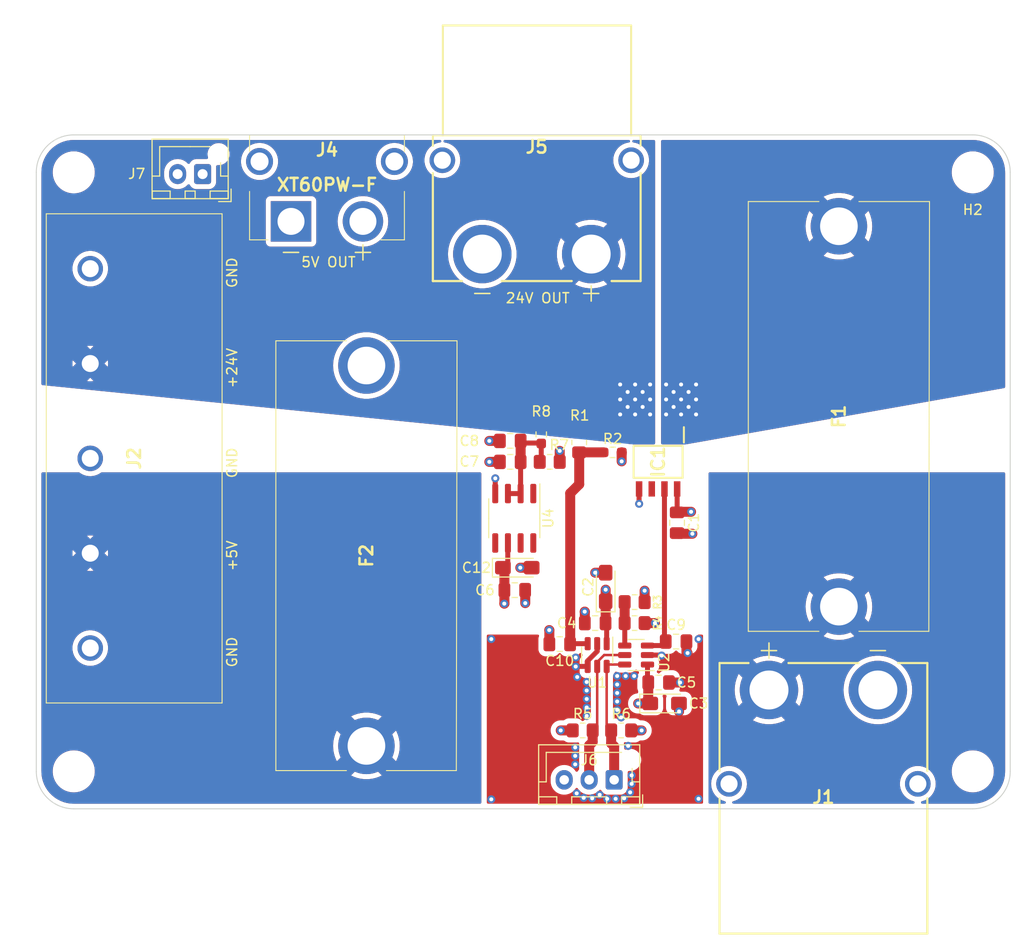
<source format=kicad_pcb>
(kicad_pcb (version 20211014) (generator pcbnew)
  (layers (0 "F.Cu" signal) (1 "In1.Cu" signal) (2 "In2.Cu" signal) (31 "B.Cu" signal) (34 "B.Paste" user) (35 "F.Paste" user) (36 "B.SilkS" user "B.Silkscreen") (37 "F.SilkS" user "F.Silkscreen") (38 "B.Mask" user) (39 "F.Mask" user) (44 "Edge.Cuts" user))
  (net 0 "")
  (net 1 "+5VA")
  (net 2 "GND")
  (net 3 "+5VP")
  (net 4 "+24V")
  (net 5 "+BATT")
  (net 6 "+5V")
  (net 7 "24V_OUT")
  (net 9 "Net-(C9-Pad1)")
  (net 10 "SDA")
  (net 11 "SCL")
  (net 13 "Net-(C10-Pad1)")
  (net 14 "Net-(R3-Pad1)")
  (net 15 "Net-(C7-Pad2)")
  (footprint "Capacitor_SMD:C_0805_2012Metric_Pad1.18x1.45mm_HandSolder" (layer "F.Cu") (at 107.8 91.5)
    (fp_text reference "C9" (at 0 -1.68) (layer "F.SilkS"))
    (fp_text value "470 pF")
    (fp_line (start -0.261252 0.735) (end 0.261252 0.735) (layer "F.SilkS") (width 0.12))
    (fp_line (start -0.261252 -0.735) (end 0.261252 -0.735) (layer "F.SilkS") (width 0.12))
    (pad "1" smd roundrect (at -1.0375 0) (size 1.175 1.45) (layers "F.Cu" "F.Paste" "F.Mask") (roundrect_rratio 0.212766) (net 9 "Net-(C9-Pad1)"))
    (pad "2" smd roundrect (at 1.0375 0) (size 1.175 1.45) (layers "F.Cu" "F.Paste" "F.Mask") (roundrect_rratio 0.212766) (net 2 "GND"))
  )
  (footprint "Resistor_SMD:R_0805_2012Metric_Pad1.20x1.40mm_HandSolder" (layer "F.Cu") (at 103.65 89.65)
    (fp_text reference "R4" (at 2.3 0 90) (layer "F.SilkS") (effects (font (size 0.75 0.75))))
    (fp_text value "1M")
    (fp_line (start -0.227064 0.735) (end 0.227064 0.735) (layer "F.SilkS") (width 0.12))
    (fp_line (start -0.227064 -0.735) (end 0.227064 -0.735) (layer "F.SilkS") (width 0.12))
    (pad "1" smd roundrect (at -1 0) (size 1.2 1.4) (layers "F.Cu" "F.Paste" "F.Mask") (roundrect_rratio 0.208333) (net 14 "Net-(R3-Pad1)"))
    (pad "2" smd roundrect (at 1 0) (size 1.2 1.4) (layers "F.Cu" "F.Paste" "F.Mask") (roundrect_rratio 0.208333) (net 1 "+5VA"))
  )
  (footprint "MountingHole:MountingHole_3.2mm_M3_ISO14580" (layer "F.Cu") (at 47.5 44.5 180)
    (fp_text reference "H1" hide)
    (fp_text value "MountingHole")
    (pad "" np_thru_hole circle (at 0 0 180) (size 3.2 3.2) (drill 3.2) (layers *.Cu *.Mask))
  )
  (footprint "Resistor_SMD:R_0603_1608Metric_Pad0.98x0.95mm_HandSolder" (layer "F.Cu") (at 101.45 72.55)
    (fp_text reference "R2" (at 0 -1.35 180) (layer "F.SilkS"))
    (fp_text value "20K")
    (fp_line (start -0.254724 0.5225) (end 0.254724 0.5225) (layer "F.SilkS") (width 0.12))
    (fp_line (start -0.254724 -0.5225) (end 0.254724 -0.5225) (layer "F.SilkS") (width 0.12))
    (pad "1" smd roundrect (at -0.9125 0) (size 0.975 0.95) (layers "F.Cu" "F.Paste" "F.Mask") (net 13 "Net-(C10-Pad1)"))
    (pad "2" smd roundrect (at 0.9125 0) (size 0.975 0.95) (layers "F.Cu" "F.Paste" "F.Mask") (net 2 "GND"))
  )
  (footprint "LIB_OSTYK44105030:OSTYK44105030" (layer "F.Cu") (at 49.15 54.15 -90)
    (fp_text reference "J2" (at 19 -4.4 90) (layer "F.SilkS") (effects (font (size 1.27 1.27) (thickness 0.254))))
    (fp_text value "OSTYK44105030" hide)
    (fp_line (start -5.5 4.4) (end -5.5 -13.2) (layer "F.SilkS") (width 0.1))
    (fp_line (start 43.5 4.4) (end -5.5 4.4) (layer "F.SilkS") (width 0.1))
    (fp_line (start -5.5 -13.2) (end 43.5 -13.2) (layer "F.SilkS") (width 0.1))
    (fp_line (start 43.5 -13.2) (end 43.5 4.4) (layer "F.SilkS") (width 0.1))
    (pad "1" thru_hole circle locked (at 0 0 270) (size 2.55 2.55) (drill 1.7) (layers *.Cu *.Mask) (net 2 "GND"))
    (pad "2" thru_hole circle locked (at 9.5 0 270) (size 2.55 2.55) (drill 1.7) (layers *.Cu *.Mask) (net 7 "24V_OUT"))
    (pad "3" thru_hole circle locked (at 19 0 270) (size 2.55 2.55) (drill 1.7) (layers *.Cu *.Mask) (net 2 "GND"))
    (pad "4" thru_hole circle locked (at 28.5 0 270) (size 2.55 2.55) (drill 1.7) (layers *.Cu *.Mask) (net 3 "+5VP"))
    (pad "5" thru_hole circle locked (at 38 0 270) (size 2.55 2.55) (drill 1.7) (layers *.Cu *.Mask) (net 2 "GND"))
  )
  (footprint "XT90PW-M:XT90PWM" (layer "F.Cu") (at 117.099999 96.350001)
    (fp_text reference "J1" (at 5.45 10.737) (layer "F.SilkS") (effects (font (size 1.27 1.27) (thickness 0.254))))
    (fp_text value "XT90PW-M" hide)
    (fp_text user "+" (at 0 -4.1 unlocked) (layer "F.SilkS") (effects (font (size 2 2))))
    (fp_text user "-" (at 10.9 -4.1 unlocked) (layer "F.SilkS") (effects (font (size 2 2))))
    (fp_line (start 15.85 8.1) (end 15.85 8.1) (layer "F.SilkS") (width 0.2))
    (fp_line (start 15.85 24.4) (end 15.85 24.4) (layer "F.SilkS") (width 0.2))
    (fp_line (start 15.85 -2.7) (end 15.85 -2.7) (layer "F.SilkS") (width 0.2))
    (fp_line (start -2.05 -2.7) (end -4.95 -2.7) (layer "F.SilkS") (width 0.2))
    (fp_line (start 1.95 -2.7) (end 8.95 -2.7) (layer "F.SilkS") (width 0.2))
    (fp_line (start 15.85 8.1) (end 15.85 -2.7) (layer "F.SilkS") (width 0.2))
    (fp_line (start 15.85 -2.7) (end 12.95 -2.7) (layer "F.SilkS") (width 0.2))
    (fp_line (start 15.85 10.85) (end 15.85 24.4) (layer "F.SilkS") (width 0.2))
    (fp_line (start 15.85 -2.7) (end 15.85 8.1) (layer "F.SilkS") (width 0.2))
    (fp_line (start -4.95 24.4) (end -4.95 24.4) (layer "F.SilkS") (width 0.2))
    (fp_line (start 8.95 -2.7) (end 1.95 -2.7) (layer "F.SilkS") (width 0.2))
    (fp_line (start -4.95 10.85) (end -4.95 24.4) (layer "F.SilkS") (width 0.2))
    (fp_line (start -4.95 -2.7) (end -4.95 -2.7) (layer "F.SilkS") (width 0.2))
    (fp_line (start -4.95 8.1) (end -4.95 8.1) (layer "F.SilkS") (width 0.2))
    (fp_line (start -4.95 24.4) (end 15.85 24.4) (layer "F.SilkS") (width 0.2))
    (fp_line (start 15.85 -2.7) (end 15.85 -2.7) (layer "F.SilkS") (width 0.2))
    (fp_line (start -2.05 -2.7) (end -2.05 -2.7) (layer "F.SilkS") (width 0.2))
    (fp_line (start 12.95 -2.7) (end 12.95 -2.7) (layer "F.SilkS") (width 0.2))
    (fp_line (start 1.95 -2.7) (end 1.95 -2.7) (layer "F.SilkS") (width 0.2))
    (fp_line (start 12.95 -2.7) (end 15.85 -2.7) (layer "F.SilkS") (width 0.2))
    (fp_line (start -4.95 -2.7) (end -4.95 -2.7) (layer "F.SilkS") (width 0.2))
    (fp_line (start 15.85 24.4) (end -4.95 24.4) (layer "F.SilkS") (width 0.2))
    (fp_line (start 15.85 10.85) (end 15.85 10.85) (layer "F.SilkS") (width 0.2))
    (fp_line (start 15.85 24.4) (end 15.85 10.85) (layer "F.SilkS") (width 0.2))
    (fp_line (start 15.85 24.4) (end 15.85 24.4) (layer "F.SilkS") (width 0.2))
    (fp_line (start 8.95 -2.7) (end 8.95 -2.7) (layer "F.SilkS") (width 0.2))
    (fp_line (start -4.95 10.85) (end -4.95 10.85) (layer "F.SilkS") (width 0.2))
    (fp_line (start -4.95 -2.7) (end -4.95 8.1) (layer "F.SilkS") (width 0.2))
    (fp_line (start -4.95 24.4) (end -4.95 10.85) (layer "F.SilkS") (width 0.2))
    (fp_line (start -4.95 -2.7) (end -2.05 -2.7) (layer "F.SilkS") (width 0.2))
    (fp_line (start -4.95 8.1) (end -4.95 -2.7) (layer "F.SilkS") (width 0.2))
    (fp_line (start -4.95 24.4) (end -4.95 24.4) (layer "F.SilkS") (width 0.2))
    (pad "1" thru_hole circle (at 10.9 0) (size 5.85 5.85) (drill 3.9) (layers *.Cu *.Mask) (net 2 "GND"))
    (pad "2" thru_hole circle (at 0 0) (size 5.85 5.85) (drill 3.9) (layers *.Cu *.Mask) (net 5 "+BATT"))
    (pad "MH1" thru_hole circle (at -4 9.4) (size 2.565 2.565) (drill 1.71) (layers *.Cu *.Mask))
    (pad "MH2" thru_hole circle (at 14.9 9.4) (size 2.565 2.565) (drill 1.71) (layers *.Cu *.Mask))
  )
  (footprint "Capacitor_SMD:C_0805_2012Metric_Pad1.18x1.45mm_HandSolder" (layer "F.Cu") (at 91.2 73.5)
    (fp_text reference "C7" (at -4.1 -0.03125) (layer "F.SilkS"))
    (fp_text value ".1uF")
    (fp_line (start -0.261252 0.735) (end 0.261252 0.735) (layer "F.SilkS") (width 0.12))
    (fp_line (start -0.261252 -0.735) (end 0.261252 -0.735) (layer "F.SilkS") (width 0.12))
    (pad "1" smd roundrect (at -1.0375 0) (size 1.175 1.45) (layers "F.Cu" "F.Paste" "F.Mask") (roundrect_rratio 0.212766) (net 2 "GND"))
    (pad "2" smd roundrect (at 1.0375 0) (size 1.175 1.45) (layers "F.Cu" "F.Paste" "F.Mask") (roundrect_rratio 0.212766) (net 15 "Net-(C7-Pad2)"))
  )
  (footprint "Resistor_SMD:R_0805_2012Metric_Pad1.20x1.40mm_HandSolder" (layer "F.Cu") (at 103.65 87.55)
    (fp_text reference "R3" (at 2.3 0 90) (layer "F.SilkS") (effects (font (size 0.75 0.75))))
    (fp_text value "1M")
    (fp_line (start -0.227064 -0.735) (end 0.227064 -0.735) (layer "F.SilkS") (width 0.12))
    (fp_line (start -0.227064 0.735) (end 0.227064 0.735) (layer "F.SilkS") (width 0.12))
    (pad "1" smd roundrect (at -1 0) (size 1.2 1.4) (layers "F.Cu" "F.Paste" "F.Mask") (roundrect_rratio 0.208333) (net 14 "Net-(R3-Pad1)"))
    (pad "2" smd roundrect (at 1 0) (size 1.2 1.4) (layers "F.Cu" "F.Paste" "F.Mask") (roundrect_rratio 0.208333) (net 2 "GND"))
  )
  (footprint "MountingHole:MountingHole_3.2mm_M3_ISO14580" (layer "F.Cu") (at 47.5 104.5)
    (fp_text reference "H3" hide)
    (fp_text value "MountingHole")
    (pad "" np_thru_hole circle (at 0 0) (size 3.2 3.2) (drill 3.2) (layers *.Cu *.Mask))
  )
  (footprint "Capacitor_Tantalum_SMD:CP_EIA-3216-18_Kemet-A_Pad1.58x1.35mm_HandSolder" (layer "F.Cu") (at 100.75 86.0375 90)
    (fp_text reference "C2" (at 0 -1.75 90) (layer "F.SilkS"))
    (fp_text value "4.7uF")
    (fp_line (start 1.6 -0.935) (end -2.485 -0.935) (layer "F.SilkS") (width 0.12))
    (fp_line (start -2.485 0.935) (end 1.6 0.935) (layer "F.SilkS") (width 0.12))
    (fp_line (start -2.485 -0.935) (end -2.485 0.935) (layer "F.SilkS") (width 0.12))
    (pad "1" smd roundrect (at -1.4375 0 90) (size 1.575 1.35) (layers "F.Cu" "F.Paste" "F.Mask") (roundrect_rratio 0.185185) (net 1 "+5VA"))
    (pad "2" smd roundrect (at 1.4375 0 90) (size 1.575 1.35) (layers "F.Cu" "F.Paste" "F.Mask") (roundrect_rratio 0.185185) (net 2 "GND"))
  )
  (footprint "Resistor_SMD:R_0805_2012Metric_Pad1.20x1.40mm_HandSolder" (layer "F.Cu") (at 98.45 100.4 180)
    (fp_text reference "R5" (at 0 1.65) (layer "F.SilkS"))
    (fp_text value "10K")
    (fp_line (start -0.227064 -0.735) (end 0.227064 -0.735) (layer "F.SilkS") (width 0.12))
    (fp_line (start -0.227064 0.735) (end 0.227064 0.735) (layer "F.SilkS") (width 0.12))
    (pad "1" smd roundrect (at -1 0 180) (size 1.2 1.4) (layers "F.Cu" "F.Paste" "F.Mask") (roundrect_rratio 0.208333) (net 11 "SCL"))
    (pad "2" smd roundrect (at 1 0 180) (size 1.2 1.4) (layers "F.Cu" "F.Paste" "F.Mask") (roundrect_rratio 0.208333) (net 1 "+5VA"))
  )
  (footprint "Capacitor_SMD:C_0805_2012Metric_Pad1.18x1.45mm_HandSolder" (layer "F.Cu") (at 91.65 86.35)
    (fp_text reference "C6" (at -2.9875 0) (layer "F.SilkS"))
    (fp_text value ".1uF")
    (fp_line (start -0.261252 -0.735) (end 0.261252 -0.735) (layer "F.SilkS") (width 0.12))
    (fp_line (start -0.261252 0.735) (end 0.261252 0.735) (layer "F.SilkS") (width 0.12))
    (pad "1" smd roundrect (at -1.0375 0) (size 1.175 1.45) (layers "F.Cu" "F.Paste" "F.Mask") (roundrect_rratio 0.212766) (net 1 "+5VA"))
    (pad "2" smd roundrect (at 1.0375 0) (size 1.175 1.45) (layers "F.Cu" "F.Paste" "F.Mask") (roundrect_rratio 0.212766) (net 2 "GND"))
  )
  (footprint "LIB_XT60PW-F:XT60PWF" (layer "F.Cu") (at 72.85 49.4125)
    (fp_text reference "J4" (at 0 -7.163) (layer "F.SilkS") (effects (font (size 1.27 1.27) (thickness 0.254))))
    (fp_text value "XT60PW-F" (at 0 -3.6625) (layer "F.SilkS") (effects (font (size 1.27 1.27) (thickness 0.254))))
    (fp_text user "-" (at -3.6 2.95 unlocked) (layer "F.SilkS") (effects (font (size 2 2))))
    (fp_text user "+" (at 3.6 2.95 unlocked) (layer "F.SilkS") (effects (font (size 2 2))))
    (fp_line (start -7.75 -7) (end -7.75 -8.65) (layer "F.SilkS") (width 0.1))
    (fp_line (start 7.75 1.85) (end 7.75 -3) (layer "F.SilkS") (width 0.1))
    (fp_line (start -7.75 -8.65) (end 7.75 -8.65) (layer "F.SilkS") (width 0.1))
    (fp_line (start -7.75 -3) (end -7.75 1.85) (layer "F.SilkS") (width 0.1))
    (fp_line (start 7.75 -8.65) (end 7.75 -7) (layer "F.SilkS") (width 0.1))
    (fp_line (start 5.4 1.85) (end 7.75 1.85) (layer "F.SilkS") (width 0.1))
    (fp_line (start -7.75 1.85) (end -5.9 1.85) (layer "F.SilkS") (width 0.1))
    (pad "1" thru_hole rect (at -3.6 0) (size 4.05 4.05) (drill 2.7) (layers *.Cu *.Mask) (net 2 "GND"))
    (pad "2" thru_hole circle (at 3.6 0) (size 4.05 4.05) (drill 2.7) (layers *.Cu *.Mask) (net 6 "+5V"))
    (pad "3" thru_hole circle (at 6.75 -6) (size 2.7 2.7) (drill 1.8) (layers *.Cu *.Mask) (net 2 "GND"))
    (pad "4" thru_hole circle (at -6.75 -6) (size 2.7 2.7) (drill 1.8) (layers *.Cu *.Mask) (net 2 "GND"))
  )
  (footprint "Package_TO_SOT_SMD:SOT-23-6" (layer "F.Cu") (at 99.9 92.85 -90)
    (fp_text reference "U1" (at 2.75 0 180) (layer "F.SilkS"))
    (fp_text value "ADC101C027CIMK")
    (fp_line (start 0 1.56) (end -0.8 1.56) (layer "F.SilkS") (width 0.12))
    (fp_line (start 0 -1.56) (end 0.8 -1.56) (layer "F.SilkS") (width 0.12))
    (fp_line (start 0 1.56) (end 0.8 1.56) (layer "F.SilkS") (width 0.12))
    (fp_line (start 0 -1.56) (end -1.8 -1.56) (layer "F.SilkS") (width 0.12))
    (pad "1" smd roundrect (at -1.1375 -0.95 270) (size 1.325 0.6) (layers "F.Cu" "F.Paste" "F.Mask") (net 1 "+5VA"))
    (pad "2" smd roundrect (at -1.1375 0 270) (size 1.325 0.6) (layers "F.Cu" "F.Paste" "F.Mask") (net 2 "GND"))
    (pad "3" smd roundrect (at -1.1375 0.95 270) (size 1.325 0.6) (layers "F.Cu" "F.Paste" "F.Mask") (net 13 "Net-(C10-Pad1)"))
    (pad "4" smd roundrect (at 1.1375 0.95 270) (size 1.325 0.6) (layers "F.Cu" "F.Paste" "F.Mask") (net 2 "GND"))
    (pad "5" smd roundrect (at 1.1375 0 270) (size 1.325 0.6) (layers "F.Cu" "F.Paste" "F.Mask") (net 11 "SCL"))
    (pad "6" smd roundrect (at 1.1375 -0.95 270) (size 1.325 0.6) (layers "F.Cu" "F.Paste" "F.Mask") (net 10 "SDA"))
  )
  (footprint "Resistor_SMD:R_0805_2012Metric_Pad1.20x1.40mm_HandSolder" (layer "F.Cu") (at 98.1 71.55 -90)
    (fp_text reference "R1" (at -2.7 -0.05 -180) (layer "F.SilkS"))
    (fp_text value "100K")
    (fp_line (start -0.227064 -0.735) (end 0.227064 -0.735) (layer "F.SilkS") (width 0.12))
    (fp_line (start -0.227064 0.735) (end 0.227064 0.735) (layer "F.SilkS") (width 0.12))
    (pad "1" smd roundrect (at -1 0 270) (size 1.2 1.4) (layers "F.Cu" "F.Paste" "F.Mask") (roundrect_rratio 0.208333) (net 7 "24V_OUT"))
    (pad "2" smd roundrect (at 1 0 270) (size 1.2 1.4) (layers "F.Cu" "F.Paste" "F.Mask") (roundrect_rratio 0.208333) (net 13 "Net-(C10-Pad1)"))
  )
  (footprint "Capacitor_SMD:C_0805_2012Metric_Pad1.18x1.45mm_HandSolder" (layer "F.Cu") (at 106.05 95.6)
    (fp_text reference "C5" (at 2.7875 0) (layer "F.SilkS"))
    (fp_text value ".1uF")
    (fp_line (start -0.261252 0.735) (end 0.261252 0.735) (layer "F.SilkS") (width 0.12))
    (fp_line (start -0.261252 -0.735) (end 0.261252 -0.735) (layer "F.SilkS") (width 0.12))
    (pad "1" smd roundrect (at -1.0375 0) (size 1.175 1.45) (layers "F.Cu" "F.Paste" "F.Mask") (roundrect_rratio 0.212766) (net 1 "+5VA"))
    (pad "2" smd roundrect (at 1.0375 0) (size 1.175 1.45) (layers "F.Cu" "F.Paste" "F.Mask") (roundrect_rratio 0.212766) (net 2 "GND"))
  )
  (footprint "Capacitor_Tantalum_SMD:CP_EIA-3216-18_Kemet-A_Pad1.58x1.35mm_HandSolder" (layer "F.Cu") (at 106.65 97.7)
    (fp_text reference "C3" (at 3.4 0) (layer "F.SilkS"))
    (fp_text value "4.7uF")
    (fp_line (start -2.485 -0.935) (end -2.485 0.935) (layer "F.SilkS") (width 0.12))
    (fp_line (start -2.485 0.935) (end 1.6 0.935) (layer "F.SilkS") (width 0.12))
    (fp_line (start 1.6 -0.935) (end -2.485 -0.935) (layer "F.SilkS") (width 0.12))
    (pad "1" smd roundrect (at -1.4375 0) (size 1.575 1.35) (layers "F.Cu" "F.Paste" "F.Mask") (roundrect_rratio 0.185185) (net 1 "+5VA"))
    (pad "2" smd roundrect (at 1.4375 0) (size 1.575 1.35) (layers "F.Cu" "F.Paste" "F.Mask") (roundrect_rratio 0.185185) (net 2 "GND"))
  )
  (footprint "MountingHole:MountingHole_3.2mm_M3_ISO14580" (layer "F.Cu") (at 137.5 44.5 180)
    (fp_text reference "H2" (at 0 -3.75) (layer "F.SilkS"))
    (fp_text value "MountingHole")
    (pad "" np_thru_hole circle (at 0 0 180) (size 3.2 3.2) (drill 3.2) (layers *.Cu *.Mask))
  )
  (footprint "Capacitor_SMD:C_0805_2012Metric_Pad1.18x1.45mm_HandSolder" (layer "F.Cu") (at 96.15 91.75 180)
    (fp_text reference "C10" (at 0 -1.68) (layer "F.SilkS"))
    (fp_text value "470 pF")
    (fp_line (start -0.261252 0.735) (end 0.261252 0.735) (layer "F.SilkS") (width 0.12))
    (fp_line (start -0.261252 -0.735) (end 0.261252 -0.735) (layer "F.SilkS") (width 0.12))
    (pad "1" smd roundrect (at -1.0375 0 180) (size 1.175 1.45) (layers "F.Cu" "F.Paste" "F.Mask") (roundrect_rratio 0.212766) (net 13 "Net-(C10-Pad1)"))
    (pad "2" smd roundrect (at 1.0375 0 180) (size 1.175 1.45) (layers "F.Cu" "F.Paste" "F.Mask") (roundrect_rratio 0.212766) (net 2 "GND"))
  )
  (footprint "Capacitor_SMD:C_0805_2012Metric_Pad1.18x1.45mm_HandSolder" (layer "F.Cu") (at 107.9 79.6 -90)
    (fp_text reference "C1" (at 0 -1.68 90) (layer "F.SilkS"))
    (fp_text value ".1uF")
    (fp_line (start -0.261252 0.735) (end 0.261252 0.735) (layer "F.SilkS") (width 0.12))
    (fp_line (start -0.261252 -0.735) (end 0.261252 -0.735) (layer "F.SilkS") (width 0.12))
    (pad "1" smd roundrect (at -1.0375 0 270) (size 1.175 1.45) (layers "F.Cu" "F.Paste" "F.Mask") (roundrect_rratio 0.212766) (net 1 "+5VA"))
    (pad "2" smd roundrect (at 1.0375 0 270) (size 1.175 1.45) (layers "F.Cu" "F.Paste" "F.Mask") (roundrect_rratio 0.212766) (net 2 "GND"))
  )
  (footprint "Resistor_SMD:R_0805_2012Metric_Pad1.20x1.40mm_HandSolder" (layer "F.Cu") (at 95.15 73.5 180)
    (fp_text reference "R7" (at -0.95 1.7) (layer "F.SilkS"))
    (fp_text value "1.5K")
    (fp_line (start -0.227064 -0.735) (end 0.227064 -0.735) (layer "F.SilkS") (width 0.12))
    (fp_line (start -0.227064 0.735) (end 0.227064 0.735) (layer "F.SilkS") (width 0.12))
    (pad "1" smd roundrect (at -1 0 180) (size 1.2 1.4) (layers "F.Cu" "F.Paste" "F.Mask") (roundrect_rratio 0.208333) (net 2 "GND"))
    (pad "2" smd roundrect (at 1 0 180) (size 1.2 1.4) (layers "F.Cu" "F.Paste" "F.Mask") (roundrect_rratio 0.208333) (net 15 "Net-(C7-Pad2)"))
  )
  (footprint "Resistor_SMD:R_0603_1608Metric_Pad0.98x0.95mm_HandSolder" (layer "F.Cu") (at 94.3 70.75 90)
    (fp_text reference "R8" (at 2.3 0 180) (layer "F.SilkS"))
    (fp_text value "1.5K")
    (fp_line (start -0.254724 -0.5225) (end 0.254724 -0.5225) (layer "F.SilkS") (width 0.12))
    (fp_line (start -0.254724 0.5225) (end 0.254724 0.5225) (layer "F.SilkS") (width 0.12))
    (pad "1" smd roundrect (at -0.9125 0 90) (size 0.975 0.95) (layers "F.Cu" "F.Paste" "F.Mask") (net 15 "Net-(C7-Pad2)"))
    (pad "2" smd roundrect (at 0.9125 0 90) (size 0.975 0.95) (layers "F.Cu" "F.Paste" "F.Mask") (net 7 "24V_OUT"))
  )
  (footprint "Package_SO:SOIC-8_3.9x4.9mm_P1.27mm" (layer "F.Cu") (at 91.6 79.15 -90)
    (fp_text reference "U4" (at 0 -3.4 90) (layer "F.SilkS"))
    (fp_text value "REF195")
    (fp_line (start 0 2.56) (end -1.95 2.56) (layer "F.SilkS") (width 0.12))
    (fp_line (start 0 -2.56) (end -3.45 -2.56) (layer "F.SilkS") (width 0.12))
    (fp_line (start 0 2.56) (end 1.95 2.56) (layer "F.SilkS") (width 0.12))
    (fp_line (start 0 -2.56) (end 1.95 -2.56) (layer "F.SilkS") (width 0.12))
    (pad "1" smd roundrect (at -2.475 -1.905 270) (size 1.95 0.6) (layers "F.Cu" "F.Paste" "F.Mask"))
    (pad "2" smd roundrect (at -2.475 -0.635 270) (size 1.95 0.6) (layers "F.Cu" "F.Paste" "F.Mask") (net 15 "Net-(C7-Pad2)"))
    (pad "3" smd roundrect (at -2.475 0.635 270) (size 1.95 0.6) (layers "F.Cu" "F.Paste" "F.Mask") (net 15 "Net-(C7-Pad2)"))
    (pad "4" smd roundrect (at -2.475 1.905 270) (size 1.95 0.6) (layers "F.Cu" "F.Paste" "F.Mask") (net 2 "GND"))
    (pad "5" smd roundrect (at 2.475 1.905 270) (size 1.95 0.6) (layers "F.Cu" "F.Paste" "F.Mask"))
    (pad "6" smd roundrect (at 2.475 0.635 270) (size 1.95 0.6) (layers "F.Cu" "F.Paste" "F.Mask") (net 1 "+5VA"))
    (pad "7" smd roundrect (at 2.475 -0.635 270) (size 1.95 0.6) (layers "F.Cu" "F.Paste" "F.Mask"))
    (pad "8" smd roundrect (at 2.475 -1.905 270) (size 1.95 0.6) (layers "F.Cu" "F.Paste" "F.Mask"))
  )
  (footprint "LIB_3576:3576" (layer "F.Cu") (at 124.1 88 90)
    (fp_text reference "F1" (at 19.05 0 90) (layer "F.SilkS") (effects (font (size 1.27 1.27) (thickness 0.254))))
    (fp_text value "30A" hide)
    (fp_line (start 40.575 9.07) (end 40.575 2) (layer "F.SilkS") (width 0.1))
    (fp_line (start -2.475 2) (end -2.475 9) (layer "F.SilkS") (width 0.1))
    (fp_line (start -2.475 -2) (end -2.475 -9) (layer "F.SilkS") (width 0.1))
    (fp_line (start 40.575 -9.07) (end 40.575 -2) (layer "F.SilkS") (width 0.1))
    (fp_line (start -2.475 -9) (end -2.475 -9.07) (layer "F.SilkS") (width 0.1))
    (fp_line (start -2.475 9) (end 40.575 9.07) (layer "F.SilkS") (width 0.1))
    (fp_line (start -2.475 -9.07) (end 40.575 -9.07) (layer "F.SilkS") (width 0.1))
    (pad "1" thru_hole circle locked (at 0 0 90) (size 5.655 5.655) (drill 3.7703) (layers *.Cu *.Mask) (net 5 "+BATT"))
    (pad "2" thru_hole circle locked (at 38.1 0 90) (size 5.655 5.655) (drill 3.7703) (layers *.Cu *.Mask) (net 4 "+24V"))
  )
  (footprint "Connector_JST:JST_XH_B2B-XH-AM_1x02_P2.50mm_Vertical" (layer "F.Cu") (at 60.4 44.675 180)
    (fp_text reference "J7" (at 6.6 0.025) (layer "F.SilkS"))
    (fp_text value "Conn_01x02_Male")
    (fp_line (start -2.85 -2.75) (end -2.85 -1.5) (layer "F.SilkS") (width 0.12))
    (fp_line (start 0.75 -2.45) (end 0.75 -1.7) (layer "F.SilkS") (width 0.12))
    (fp_line (start 1.75 -1.7) (end 1.75 -2.45) (layer "F.SilkS") (width 0.12))
    (fp_line (start 4.3 2.75) (end 1.25 2.75) (layer "F.SilkS") (width 0.12))
    (fp_line (start 5.06 3.51) (end 5.06 -2.46) (layer "F.SilkS") (width 0.12))
    (fp_line (start -1.6 -2.75) (end -2.85 -2.75) (layer "F.SilkS") (width 0.12))
    (fp_line (start 4.3 -0.2) (end 4.3 2.75) (layer "F.SilkS") (width 0.12))
    (fp_line (start 5.05 -0.2) (end 4.3 -0.2) (layer "F.SilkS") (width 0.12))
    (fp_line (start 5.05 -1.7) (end 5.05 -2.45) (layer "F.SilkS") (width 0.12))
    (fp_line (start 0.75 -1.7) (end 1.75 -1.7) (layer "F.SilkS") (width 0.12))
    (fp_line (start -2.56 3.51) (end 5.06 3.51) (layer "F.SilkS") (width 0.12))
    (fp_line (start 3.25 -1.7) (end 5.05 -1.7) (layer "F.SilkS") (width 0.12))
    (fp_line (start -2.55 -2.45) (end -2.55 -1.7) (layer "F.SilkS") (width 0.12))
    (fp_line (start 3.25 -2.45) (end 3.25 -1.7) (layer "F.SilkS") (width 0.12))
    (fp_line (start -2.56 -2.46) (end -2.56 3.51) (layer "F.SilkS") (width 0.12))
    (fp_line (start 5.06 -2.46) (end -2.56 -2.46) (layer "F.SilkS") (width 0.12))
    (fp_line (start 5.05 -2.45) (end 3.25 -2.45) (layer "F.SilkS") (width 0.12))
    (fp_line (start -2.55 -0.2) (end -1.8 -0.2) (layer "F.SilkS") (width 0.12))
    (fp_line (start 1.25 2.75) (end -0.74 2.75) (layer "F.SilkS") (width 0.12))
    (fp_line (start -2.55 -1.7) (end -0.75 -1.7) (layer "F.SilkS") (width 0.12))
    (fp_line (start -1.8 -0.2) (end -1.8 1.14) (layer "F.SilkS") (width 0.12))
    (fp_line (start 1.75 -2.45) (end 0.75 -2.45) (layer "F.SilkS") (width 0.12))
    (fp_line (start -0.75 -2.45) (end -2.55 -2.45) (layer "F.SilkS") (width 0.12))
    (fp_line (start -0.75 -1.7) (end -0.75 -2.45) (layer "F.SilkS") (width 0.12))
    (pad "" np_thru_hole circle (at -1.6 2 180) (size 1.2 1.2) (drill 1.2) (layers *.Cu *.Mask))
    (pad "1" thru_hole roundrect (at 0 0 180) (size 1.7 2) (drill 1) (layers *.Cu *.Mask) (roundrect_rratio 0.147059) (net 2 "GND"))
    (pad "2" thru_hole oval (at 2.5 0 180) (size 1.7 2) (drill 1) (layers *.Cu *.Mask) (net 6 "+5V"))
  )
  (footprint "MountingHole:MountingHole_3.2mm_M3_ISO14580" (layer "F.Cu") (at 137.5 104.5)
    (fp_text reference "H4" hide)
    (fp_text value "MountingHole")
    (pad "" np_thru_hole circle (at 0 0) (size 3.2 3.2) (drill 3.2) (layers *.Cu *.Mask))
  )
  (footprint "LIB_3576:3576" (layer "F.Cu") (at 76.8 101.95 90)
    (fp_text reference "F2" (at 19.05 0 90) (layer "F.SilkS") (effects (font (size 1.27 1.27) (thickness 0.254))))
    (fp_text value "7.5+ A" hide)
    (fp_line (start 40.575 -9.07) (end 40.575 -2) (layer "F.SilkS") (width 0.1))
    (fp_line (start -2.475 -9.07) (end 40.575 -9.07) (layer "F.SilkS") (width 0.1))
    (fp_line (start -2.475 -2) (end -2.475 -9) (layer "F.SilkS") (width 0.1))
    (fp_line (start -2.475 9) (end 40.575 9.07) (layer "F.SilkS") (width 0.1))
    (fp_line (start -2.475 2) (end -2.475 9) (layer "F.SilkS") (width 0.1))
    (fp_line (start -2.475 -9) (end -2.475 -9.07) (layer "F.SilkS") (width 0.1))
    (fp_line (start 40.575 9.07) (end 40.575 2) (layer "F.SilkS") (width 0.1))
    (pad "1" thru_hole circle locked (at 0 0 90) (size 5.655 5.655) (drill 3.7703) (layers *.Cu *.Mask) (net 3 "+5VP"))
    (pad "2" thru_hole circle locked (at 38.1 0 90) (size 5.655 5.655) (drill 3.7703) (layers *.Cu *.Mask) (net 6 "+5V"))
  )
  (footprint "TMCS1107A1BQDRQ1:SOIC127P600X175-8N" (layer "F.Cu") (at 106 73.5 -90)
    (fp_text reference "IC1" (at 0 0 90) (layer "F.SilkS") (effects (font (size 1.27 1.27) (thickness 0.254))))
    (fp_text value "TMCS1107A1BQDRQ1" hide)
    (fp_line (start -1.598 -2.452) (end 1.598 -2.452) (layer "F.SilkS") (width 0.2))
    (fp_line (start 1.598 2.452) (end -1.598 2.452) (layer "F.SilkS") (width 0.2))
    (fp_line (start -1.598 2.452) (end -1.598 -2.452) (layer "F.SilkS") (width 0.2))
    (fp_line (start -3.475 -2.58) (end -1.948 -2.58) (layer "F.SilkS") (width 0.2))
    (fp_line (start 1.598 -2.452) (end 1.598 2.452) (layer "F.SilkS") (width 0.2))
    (pad "1" smd rect (at -2.711 -1.905) (size 0.65 1.528) (layers "F.Cu" "F.Paste" "F.Mask") (net 4 "+24V"))
    (pad "2" smd rect (at -2.711 -0.635) (size 0.65 1.528) (layers "F.Cu" "F.Paste" "F.Mask") (net 4 "+24V"))
    (pad "3" smd rect (at -2.711 0.635) (size 0.65 1.528) (layers "F.Cu" "F.Paste" "F.Mask") (net 7 "24V_OUT"))
    (pad "4" smd rect (at -2.711 1.905) (size 0.65 1.528) (layers "F.Cu" "F.Paste" "F.Mask") (net 7 "24V_OUT"))
    (pad "5" smd rect (at 2.711 1.905) (size 0.65 1.528) (layers "F.Cu" "F.Paste" "F.Mask") (net 2 "GND"))
    (pad "6" smd rect (at 2.711 0.635) (size 0.65 1.528) (layers "F.Cu" "F.Paste" "F.Mask"))
    (pad "7" smd rect (at 2.711 -0.635) (size 0.65 1.528) (layers "F.Cu" "F.Paste" "F.Mask") (net 9 "Net-(C9-Pad1)"))
    (pad "8" smd rect (at 2.711 -1.905) (size 0.65 1.528) (layers "F.Cu" "F.Paste" "F.Mask") (net 1 "+5VA"))
  )
  (footprint "Resistor_SMD:R_0805_2012Metric_Pad1.20x1.40mm_HandSolder" (layer "F.Cu") (at 102.3 100.4)
    (fp_text reference "R6" (at 0 -1.65) (layer "F.SilkS"))
    (fp_text value "10K")
    (fp_line (start -0.227064 0.735) (end 0.227064 0.735) (layer "F.SilkS") (width 0.12))
    (fp_line (start -0.227064 -0.735) (end 0.227064 -0.735) (layer "F.SilkS") (width 0.12))
    (pad "1" smd roundrect (at -1 0) (size 1.2 1.4) (layers "F.Cu" "F.Paste" "F.Mask") (roundrect_rratio 0.208333) (net 10 "SDA"))
    (pad "2" smd roundrect (at 1 0) (size 1.2 1.4) (layers "F.Cu" "F.Paste" "F.Mask") (roundrect_rratio 0.208333) (net 1 "+5VA"))
  )
  (footprint "Capacitor_SMD:C_0805_2012Metric_Pad1.18x1.45mm_HandSolder" (layer "F.Cu") (at 99.7 89.65 180)
    (fp_text reference "C4" (at 2.85 0) (layer "F.SilkS"))
    (fp_text value ".1uF")
    (fp_line (start -0.261252 0.735) (end 0.261252 0.735) (layer "F.SilkS") (width 0.12))
    (fp_line (start -0.261252 -0.735) (end 0.261252 -0.735) (layer "F.SilkS") (width 0.12))
    (pad "1" smd roundrect (at -1.0375 0 180) (size 1.175 1.45) (layers "F.Cu" "F.Paste" "F.Mask") (roundrect_rratio 0.212766) (net 1 "+5VA"))
    (pad "2" smd roundrect (at 1.0375 0 180) (size 1.175 1.45) (layers "F.Cu" "F.Paste" "F.Mask") (roundrect_rratio 0.212766) (net 2 "GND"))
  )
  (footprint "Connector_JST:JST_XH_B3B-XH-AM_1x03_P2.50mm_Vertical" (layer "F.Cu") (at 101.6 105.35 180)
    (fp_text reference "J6" (at 2.5 1.975) (layer "F.SilkS"))
    (fp_text value "Conn_01x03_Male")
    (fp_line (start 2.5 2.75) (end -0.74 2.75) (layer "F.SilkS") (width 0.12))
    (fp_line (start -2.55 -2.45) (end -2.55 -1.7) (layer "F.SilkS") (width 0.12))
    (fp_line (start 0.75 -1.7) (end 4.25 -1.7) (layer "F.SilkS") (width 0.12))
    (fp_line (start -0.75 -1.7) (end -0.75 -2.45) (layer "F.SilkS") (width 0.12))
    (fp_line (start -1.8 -0.2) (end -1.8 1.14) (layer "F.SilkS") (width 0.12))
    (fp_line (start -2.55 -0.2) (end -1.8 -0.2) (layer "F.SilkS") (width 0.12))
    (fp_line (start 7.56 -2.46) (end -2.56 -2.46) (layer "F.SilkS") (width 0.12))
    (fp_line (start 7.55 -1.7) (end 7.55 -2.45) (layer "F.SilkS") (width 0.12))
    (fp_line (start 6.8 -0.2) (end 6.8 2.75) (layer "F.SilkS") (width 0.12))
    (fp_line (start -2.55 -1.7) (end -0.75 -1.7) (layer "F.SilkS") (width 0.12))
    (fp_line (start -2.85 -2.75) (end -2.85 -1.5) (layer "F.SilkS") (width 0.12))
    (fp_line (start 6.8 2.75) (end 2.5 2.75) (layer "F.SilkS") (width 0.12))
    (fp_line (start 7.55 -2.45) (end 5.75 -2.45) (layer "F.SilkS") (width 0.12))
    (fp_line (start 0.75 -2.45) (end 0.75 -1.7) (layer "F.SilkS") (width 0.12))
    (fp_line (start 5.75 -1.7) (end 7.55 -1.7) (layer "F.SilkS") (width 0.12))
    (fp_line (start -0.75 -2.45) (end -2.55 -2.45) (layer "F.SilkS") (width 0.12))
    (fp_line (start 4.25 -1.7) (end 4.25 -2.45) (layer "F.SilkS") (width 0.12))
    (fp_line (start 7.56 3.51) (end 7.56 -2.46) (layer "F.SilkS") (width 0.12))
    (fp_line (start 4.25 -2.45) (end 0.75 -2.45) (layer "F.SilkS") (width 0.12))
    (fp_line (start -1.6 -2.75) (end -2.85 -2.75) (layer "F.SilkS") (width 0.12))
    (fp_line (start -2.56 3.51) (end 7.56 3.51) (layer "F.SilkS") (width 0.12))
    (fp_line (start 5.75 -2.45) (end 5.75 -1.7) (layer "F.SilkS") (width 0.12))
    (fp_line (start 7.55 -0.2) (end 6.8 -0.2) (layer "F.SilkS") (width 0.12))
    (fp_line (start -2.56 -2.46) (end -2.56 3.51) (layer "F.SilkS") (width 0.12))
    (pad "" np_thru_hole circle (at -1.6 2 180) (size 1.2 1.2) (drill 1.2) (layers *.Cu *.Mask))
    (pad "1" thru_hole roundrect (at 0 0 180) (size 1.7 1.95) (drill 0.95) (layers *.Cu *.Mask) (roundrect_rratio 0.147059) (net 10 "SDA"))
    (pad "2" thru_hole oval (at 2.5 0 180) (size 1.7 1.95) (drill 0.95) (layers *.Cu *.Mask) (net 11 "SCL"))
    (pad "3" thru_hole oval (at 5 0 180) (size 1.7 1.95) (drill 0.95) (layers *.Cu *.Mask))
  )
  (footprint "Package_TO_SOT_SMD:SOT-23-6" (layer "F.Cu") (at 103.8 92.85 180)
    (fp_text reference "U2" (at -2.8 -0.75 90) (layer "F.SilkS"))
    (fp_text value "ADC101C027CIMK")
    (fp_line (start 0 -1.56) (end -1.8 -1.56) (layer "F.SilkS") (width 0.12))
    (fp_line (start 0 1.56) (end -0.8 1.56) (layer "F.SilkS") (width 0.12))
    (fp_line (start 0 -1.56) (end 0.8 -1.56) (layer "F.SilkS") (width 0.12))
    (fp_line (start 0 1.56) (end 0.8 1.56) (layer "F.SilkS") (width 0.12))
    (pad "1" smd roundrect (at -1.1375 -0.95 180) (size 1.325 0.6) (layers "F.Cu" "F.Paste" "F.Mask") (net 1 "+5VA"))
    (pad "2" smd roundrect (at -1.1375 0 180) (size 1.325 0.6) (layers "F.Cu" "F.Paste" "F.Mask") (net 2 "GND"))
    (pad "3" smd roundrect (at -1.1375 0.95 180) (size 1.325 0.6) (layers "F.Cu" "F.Paste" "F.Mask") (net 9 "Net-(C9-Pad1)"))
    (pad "4" smd roundrect (at 1.1375 0.95 180) (size 1.325 0.6) (layers "F.Cu" "F.Paste" "F.Mask") (net 14 "Net-(R3-Pad1)"))
    (pad "5" smd roundrect (at 1.1375 0 180) (size 1.325 0.6) (layers "F.Cu" "F.Paste" "F.Mask") (net 11 "SCL"))
    (pad "6" smd roundrect (at 1.1375 -0.95 180) (size 1.325 0.6) (layers "F.Cu" "F.Paste" "F.Mask") (net 10 "SDA"))
  )
  (footprint "XT90PW-F:XT90PW-F" (layer "F.Cu") (at 99.3 52.6875 180)
    (fp_text reference "J5" (at 5.45 10.737) (layer "F.SilkS") (effects (font (size 1.27 1.27) (thickness 0.254))))
    (fp_text value "XT90PW-F" hide)
    (fp_text user "-" (at 10.9 -4.1 180 unlocked) (layer "F.SilkS") (effects (font (size 2 2))))
    (fp_text user "+" (at 0 -4.1 180 unlocked) (layer "F.SilkS") (effects (font (size 2 2))))
    (fp_line (start 15.85 11.9) (end -4.95 11.9) (layer "F.SilkS") (width 0.2))
    (fp_line (start 15.85 -2.7) (end 15.85 -2.7) (layer "F.SilkS") (width 0.2))
    (fp_line (start -4.95 -2.7) (end -2.05 -2.7) (layer "F.SilkS") (width 0.2))
    (fp_line (start 1.95 -2.7) (end 1.95 -2.7) (layer "F.SilkS") (width 0.2))
    (fp_line (start -4.95 -2.7) (end -4.95 8.1) (layer "F.SilkS") (width 0.2))
    (fp_line (start 8.95 -2.7) (end 1.95 -2.7) (layer "F.SilkS") (width 0.2))
    (fp_line (start 12.95 -2.7) (end 12.95 -2.7) (layer "F.SilkS") (width 0.2))
    (fp_line (start -4.95 8.1) (end -4.95 -2.7) (layer "F.SilkS") (width 0.2))
    (fp_line (start -4.95 -2.7) (end -4.95 -2.7) (layer "F.SilkS") (width 0.2))
    (fp_line (start 15.85 -2.7) (end 12.95 -2.7) (layer "F.SilkS") (width 0.2))
    (fp_line (start -4.95 11.9) (end -4.95 10.85) (layer "F.SilkS") (width 0.2))
    (fp_line (start 8.95 -2.7) (end 8.95 -2.7) (layer "F.SilkS") (width 0.2))
    (fp_line (start 15.85 -2.7) (end 15.85 8.1) (layer "F.SilkS") (width 0.2))
    (fp_line (start -2.05 -2.7) (end -2.05 -2.7) (layer "F.SilkS") (width 0.2))
    (fp_line (start -4.95 -2.7) (end -4.95 -2.7) (layer "F.SilkS") (width 0.2))
    (fp_line (start -4 11.9) (end -4 22.9) (layer "F.SilkS") (width 0.2))
    (fp_line (start 14.85 22.9) (end -4 22.9) (layer "F.SilkS") (width 0.2))
    (fp_line (start -2.05 -2.7) (end -4.95 -2.7) (layer "F.SilkS") (width 0.2))
    (fp_line (start -4.95 8.1) (end -4.95 8.1) (layer "F.SilkS") (width 0.2))
    (fp_line (start 1.95 -2.7) (end 8.95 -2.7) (layer "F.SilkS") (width 0.2))
    (fp_line (start 15.85 10.85) (end 15.85 10.85) (layer "F.SilkS") (width 0.2))
    (fp_line (start 15.85 -2.7) (end 15.85 -2.7) (layer "F.SilkS") (width 0.2))
    (fp_line (start 12.95 -2.7) (end 15.85 -2.7) (layer "F.SilkS") (width 0.2))
    (fp_line (start 15.85 8.1) (end 15.85 -2.7) (layer "F.SilkS") (width 0.2))
    (fp_line (start 15.85 8.1) (end 15.85 8.1) (layer "F.SilkS") (width 0.2))
    (fp_line (start -4.95 10.85) (end -4.95 10.85) (layer "F.SilkS") (width 0.2))
    (fp_line (start 14.85 11.9) (end 14.85 22.9) (layer "F.SilkS") (width 0.2))
    (fp_line (start 15.85 10.85) (end 15.85 11.9) (layer "F.SilkS") (width 0.2))
    (pad "1" thru_hole circle (at 10.9 0 180) (size 5.85 5.85) (drill 3.9) (layers *.Cu *.Mask) (net 2 "GND"))
    (pad "2" thru_hole circle (at 0 0 180) (size 5.85 5.85) (drill 3.9) (layers *.Cu *.Mask) (net 7 "24V_OUT"))
    (pad "MH1" thru_hole circle (at -4 9.4 180) (size 2.565 2.565) (drill 1.71) (layers *.Cu *.Mask))
    (pad "MH2" thru_hole circle (at 14.9 9.4 180) (size 2.565 2.565) (drill 1.71) (layers *.Cu *.Mask))
  )
  (footprint "Capacitor_SMD:C_0805_2012Metric_Pad1.18x1.45mm_HandSolder" (layer "F.Cu") (at 91.2 71.4 180)
    (fp_text reference "C8" (at 4.1 0) (layer "F.SilkS"))
    (fp_text value "10uF")
    (fp_line (start -0.261252 0.735) (end 0.261252 0.735) (layer "F.SilkS") (width 0.12))
    (fp_line (start -0.261252 -0.735) (end 0.261252 -0.735) (layer "F.SilkS") (width 0.12))
    (pad "1" smd roundrect (at -1.0375 0 180) (size 1.175 1.45) (layers "F.Cu" "F.Paste" "F.Mask") (roundrect_rratio 0.212766) (net 15 "Net-(C7-Pad2)"))
    (pad "2" smd roundrect (at 1.0375 0 180) (size 1.175 1.45) (layers "F.Cu" "F.Paste" "F.Mask") (roundrect_rratio 0.212766) (net 2 "GND"))
  )
  (footprint "Capacitor_Tantalum_SMD:CP_EIA-3216-18_Kemet-A_Pad1.58x1.35mm_HandSolder" (layer "F.Cu") (at 91.9 84.1)
    (fp_text reference "C12" (at -4.0875 0) (layer "F.SilkS"))
    (fp_text value "1 uF")
    (fp_line (start 1.6 -0.935) (end -2.485 -0.935) (layer "F.SilkS") (width 0.12))
    (fp_line (start -2.485 -0.935) (end -2.485 0.935) (layer "F.SilkS") (width 0.12))
    (fp_line (start -2.485 0.935) (end 1.6 0.935) (layer "F.SilkS") (width 0.12))
    (pad "1" smd roundrect (at -1.4375 0) (size 1.575 1.35) (layers "F.Cu" "F.Paste" "F.Mask") (roundrect_rratio 0.185185) (net 1 "+5VA"))
    (pad "2" smd roundrect (at 1.4375 0) (size 1.575 1.35) (layers "F.Cu" "F.Paste" "F.Mask") (roundrect_rratio 0.185185) (net 2 "GND"))
  )
  (gr_arc (start 47.499999 108.250001) (mid 44.848349 107.151651) (end 43.749999 104.500001) (layer "Edge.Cuts") (width 0.1))
  (gr_arc (start 141.250001 104.500001) (mid 140.151651 107.151651) (end 137.500001 108.250001) (layer "Edge.Cuts") (width 0.1))
  (gr_arc (start 137.500001 40.749999) (mid 140.151651 41.848349) (end 141.250001 44.499999) (layer "Edge.Cuts") (width 0.1))
  (gr_arc (start 43.749999 44.499999) (mid 44.848349 41.848349) (end 47.499999 40.749999) (layer "Edge.Cuts") (width 0.1))
  (gr_line (start 47.499999 108.250001) (end 137.500001 108.250001) (layer "Edge.Cuts") (width 0.1))
  (gr_line (start 43.749999 44.499999) (end 43.749999 104.500001) (layer "Edge.Cuts") (width 0.1))
  (gr_line (start 137.500001 40.749999) (end 47.499999 40.749999) (layer "Edge.Cuts") (width 0.1))
  (gr_line (start 141.250001 104.500001) (end 141.250001 44.499999) (layer "Edge.Cuts") (width 0.1))
  (gr_text "GND" (at 63.35 54.55 90) (layer "F.SilkS") (effects (font (size 1 1))))
  (gr_text "24V OUT" (at 93.95 57.1) (layer "F.SilkS") (effects (font (size 1 1))))
  (gr_text "GND" (at 63.35 92.55 90) (layer "F.SilkS") (effects (font (size 1 1))))
  (gr_text "5V OUT" (at 73 53.5) (layer "F.SilkS") (effects (font (size 1 1))))
  (gr_text "+5V" (at 63.35 82.9 90) (layer "F.SilkS") (effects (font (size 1 1))))
  (gr_text "+24V" (at 63.35 64.1 90) (layer "F.SilkS") (effects (font (size 1 1))))
  (gr_text "GND" (at 63.35 73.6 90) (layer "F.SilkS") (effects (font (size 1 1))))
  (segment (start 104.9375 93.8) (end 104.9375 95.525) (width 0.5) (layer "F.Cu") (net 1))
  (segment (start 105.0125 95.6) (end 105.0125 97.5) (width 1) (layer "F.Cu") (net 1))
  (segment (start 90.6 87.7) (end 90.6125 87.6875) (width 1) (layer "F.Cu") (net 1))
  (segment (start 90.6125 86.35) (end 90.6125 84.25) (width 1) (layer "F.Cu") (net 1))
  (segment (start 100.85 91.7125) (end 100.85 89.7625) (width 0.5) (layer "F.Cu") (net 1))
  (segment (start 100.75 87.6625) (end 100.75 89.6375) (width 1) (layer "F.Cu") (net 1))
  (segment (start 104 97.7) (end 105.2125 97.7) (width 1) (layer "F.Cu") (net 1))
  (segment (start 104.35 100.4) (end 103.3 100.4) (width 1) (layer "F.Cu") (net 1))
  (segment (start 90.95 81.64) (end 90.95 83.6125) (width 0.5) (layer "F.Cu") (net 1))
  (segment (start 107.905 76.211) (end 107.905 78.5575) (width 0.5) (layer "F.Cu") (net 1))
  (segment (start 90.95 83.6125) (end 90.4625 84.1) (width 0.5) (layer "F.Cu") (net 1))
  (segment (start 96.25 100.4) (end 97.45 100.4) (width 1) (layer "F.Cu") (net 1))
  (segment (start 90.6125 87.6875) (end 90.6125 86.35) (width 1) (layer "F.Cu") (net 1))
  (segment (start 105.0125 97.5) (end 105.2125 97.7) (width 1) (layer "F.Cu") (net 1))
  (segment (start 104.65 89.65) (end 105.68548 89.65) (width 1) (layer "F.Cu") (net 1))
  (segment (start 109.3 78.5) (end 107.9625 78.5) (width 1) (layer "F.Cu") (net 1))
  (segment (start 100.75 87.475) (end 100.75 86.3) (width 1) (layer "F.Cu") (net 1))
  (via (at 105.68548 89.65) (size 0.8) (drill 0.4) (layers "F.Cu" "B.Cu") (net 1))
  (via (at 104.35 100.4) (size 0.8) (drill 0.4) (layers "F.Cu" "B.Cu") (net 1))
  (via (at 96.25 100.4) (size 0.8) (drill 0.4) (layers "F.Cu" "B.Cu") (net 1))
  (via (at 104 97.7) (size 0.8) (drill 0.4) (layers "F.Cu" "B.Cu") (net 1))
  (via (at 109.3 78.5) (size 0.8) (drill 0.4) (layers "F.Cu" "B.Cu") (net 1))
  (via (at 100.75 86.3) (size 0.8) (drill 0.4) (layers "F.Cu" "B.Cu") (net 1))
  (via (at 90.6 87.7) (size 0.8) (drill 0.4) (layers "F.Cu" "B.Cu") (net 1))
  (segment (start 95.1 90.35) (end 95.1125 90.3625) (width 1) (layer "F.Cu") (net 2))
  (segment (start 109.43125 80.7) (end 107.9625 80.7) (width 1) (layer "F.Cu") (net 2))
  (segment (start 89.7 75.15) (end 89.695 75.155) (width 0.5) (layer "F.Cu") (net 2))
  (segment (start 98.6625 89.65) (end 98.6625 88.5125) (width 1) (layer "F.Cu") (net 2))
  (segment (start 99.9 92.477151) (end 98.95 93.427151) (width 0.5) (layer "F.Cu") (net 2))
  (segment (start 102.35 73.45) (end 102.35 72.5625) (width 1) (layer "F.Cu") (net 2))
  (segment (start 89.695 75.155) (end 89.695 76.675) (width 0.5) (layer "F.Cu") (net 2))
  (segment (start 92.7 87.65) (end 92.7 86.3625) (width 1) (layer "F.Cu") (net 2))
  (segment (start 96.15 72.4) (end 96.15 73.5) (width 1) (layer "F.Cu") (net 2))
  (segment (start 90.1625 73.5) (end 89.1 73.5) (width 1) (layer "F.Cu") (net 2))
  (segment (start 99.9 91.7125) (end 99.9 92.477151) (width 0.5) (layer "F.Cu") (net 2))
  (segment (start 98.95 93.427151) (end 98.95 93.9875) (width 0.5) (layer "F.Cu") (net 2))
  (segment (start 104.095 77.695) (end 104.1 77.7) (width 0.5) (layer "F.Cu") (net 2))
  (segment (start 100.75 84.6) (end 99.7 84.6) (width 1) (layer "F.Cu") (net 2))
  (segment (start 104.65 87.55) (end 104.65 86.4) (width 1) (layer "F.Cu") (net 2))
  (segment (start 108.0875 98.4875) (end 108.1 98.5) (width 1) (layer "F.Cu") (net 2))
  (segment (start 108.0875 97.7) (end 108.0875 98.4875) (width 1) (layer "F.Cu") (net 2))
  (segment (start 104.9375 92.85) (end 106.3 92.85) (width 0.5) (layer "F.Cu") (net 2))
  (segment (start 97.7625 93.9875) (end 97.75 94) (width 0.5) (layer "F.Cu") (net 2))
  (segment (start 108.8375 92.5375) (end 108.8375 91.5) (width 1) (layer "F.Cu") (net 2))
  (segment (start 106.3 92.85) (end 106.35 92.9) (width 0.5) (layer "F.Cu") (net 2))
  (segment (start 102.35 72.5625) (end 102.3625 72.55) (width 1) (layer "F.Cu") (net 2))
  (segment (start 92.2 84.1) (end 93.3375 84.1) (width 1) (layer "F.Cu") (net 2))
  (segment (start 98.95 93.9875) (end 97.7625 93.9875) (width 0.5) (layer "F.Cu") (net 2))
  (segment (start 95.1125 90.3625) (end 95.1125 91.75) (width 1) (layer "F.Cu") (net 2))
  (segment (start 104.095 76.211) (end 104.095 77.695) (width 0.5) (layer "F.Cu") (net 2))
  (segment (start 98.6625 88.5125) (end 98.65 88.5) (width 1) (layer "F.Cu") (net 2))
  (segment (start 90.1625 71.4) (end 89.1 71.4) (width 1) (layer "F.Cu") (net 2))
  (segment (start 108.95 92.65) (end 108.8375 92.5375) (width 1) (layer "F.Cu") (net 2))
  (segment (start 108.2 95.6) (end 107.0875 95.6) (width 1) (layer "F.Cu") (net 2))
  (via (at 97.85 106.7) (size 0.8) (drill 0.4) (layers "F.Cu" "B.Cu") (net 2))
  (via (at 101.9 98.35) (size 0.8) (drill 0.4) (layers "F.Cu" "B.Cu") (net 2))
  (via (at 101.9 97.5) (size 0.8) (drill 0.4) (layers "F.Cu" "B.Cu") (net 2))
  (via (at 97.7 102.1) (size 0.8) (drill 0.4) (layers "F.Cu" "B.Cu") (net 2))
  (via (at 89.3 107.3) (size 0.8) (drill 0.4) (layers "F.Cu" "B.Cu") (net 2))
  (via (at 102.6 107.2) (size 0.8) (drill 0.4) (layers "F.Cu" "B.Cu") (net 2))
  (via (at 100.9 107.25) (size 0.8) (drill 0.4) (layers "F.Cu" "B.Cu") (net 2))
  (via (at 89.7 75.15) (size 0.8) (drill 0.4) (layers "F.Cu" "B.Cu") (net 2))
  (via (at 98.85 97.25) (size 0.8) (drill 0.4) (layers "F.Cu" "B.Cu") (net 2))
  (via (at 101.75 107.25) (size 0.8) (drill 0.4) (layers "F.Cu" "B.Cu") (net 2))
  (via (at 108.1 98.5) (size 0.8) (drill 0.4) (layers "F.Cu" "B.Cu") (net 2))
  (via (at 101.9 95.8) (size 0.8) (drill 0.4) (layers "F.Cu" "B.Cu") (net 2))
  (via (at 102.75 94.95) (size 0.8) (drill 0.4) (layers "F.Cu" "B.Cu") (net 2))
  (via (at 97.7 102.95) (size 0.8) (drill 0.4) (layers "F.Cu" "B.Cu") (net 2))
  (via (at 99.4 107.2) (size 0.8) (drill 0.4) (layers "F.Cu" "B.Cu") (net 2))
  (via (at 103.35 104.9) (size 0.8) (drill 0.4) (layers "F.Cu" "B.Cu") (net 2))
  (via (at 98.55 107.15) (size 0.8) (drill 0.4) (layers "F.Cu" "B.Cu") (net 2))
  (via (at 97.75 94) (size 0.8) (drill 0.4) (layers "F.Cu" "B.Cu") (net 2))
  (via (at 110.05 91.25) (size 0.8) (drill 0.4) (layers "F.Cu" "B.Cu") (net 2))
  (via (at 103.6 94.95) (size 0.8) (drill 0.4) (layers "F.Cu" "B.Cu") (net 2))
  (via (at 101.9 94.95) (size 0.8) (drill 0.4) (layers "F.Cu" "B.Cu") (net 2))
  (via (at 104.1 77.7) (size 0.8) (drill 0.4) (layers "F.Cu" "B.Cu") (net 2))
  (via (at 95.1 90.35) (size 0.8) (drill 0.4) (layers "F.Cu" "B.Cu") (net 2))
  (via (at 98.85 98.1) (size 0.8) (drill 0.4) (layers "F.Cu" "B.Cu") (net 2))
  (via (at 97.9 95.05) (size 0.8) (drill 0.4) (layers "F.Cu" "B.Cu") (net 2))
  (via (at 89.1 71.4) (size 0.8) (drill 0.4) (layers "F.Cu" "B.Cu") (net 2))
  (via (at 98.65 88.5) (size 0.8) (drill 0.4) (layers "F.Cu" "B.Cu") (net 2))
  (via (at 108.95 92.65) (size 0.8) (drill 0.4) (layers "F.Cu" "B.Cu") (net 2))
  (via (at 99.7 84.6) (size 0.8) (drill 0.4) (layers "F.Cu" "B.Cu") (net 2))
  (via (at 102.3 99.1) (size 0.8) (drill 0.4) (layers "F.Cu" "B.Cu") (net 2))
  (via (at 109.43125 80.7) (size 0.8) (drill 0.4) (layers "F.Cu" "B.Cu") (net 2))
  (via (at 89.1 73.5) (size 0.8) (drill 0.4) (layers "F.Cu" "B.Cu") (net 2))
  (via (at 89.3 91.25) (size 0.8) (drill 0.4) (layers "F.Cu" "B.Cu") (net 2))
  (via (at 98.85 96.4) (size 0.8) (drill 0.4) (layers "F.Cu" "B.Cu") (net 2))
  (via (at 98.85 95.55) (size 0.8) (drill 0.4) (layers "F.Cu" "B.Cu") (net 2))
  (via (at 102.35 73.45) (size 0.8) (drill 0.4) (layers "F.Cu" "B.Cu") (net 2))
  (via (at 104.65 86.4) (size 0.8) (drill 0.4) (layers "F.Cu" "B.Cu") (net 2))
  (via (at 92.7 87.65) (size 0.8) (drill 0.4) (layers "F.Cu" "B.Cu") (net 2))
  (via (at 97.7 103.8) (size 0.8) (drill 0.4) (layers "F.Cu" "B.Cu") (net 2))
  (via (at 92.2 84.1) (size 0.8) (drill 0.4) (layers "F.Cu" "B.Cu") (net 2))
  (via (at 106.35 92.9) (size 0.8) (drill 0.4) (layers "F.Cu" "B.Cu") (net 2))
  (via (at 97.75 93.1) (size 0.8) (drill 0.4) (layers "F.Cu" "B.Cu") (net 2))
  (via (at 96.15 72.4) (size 0.8) (drill 0.4) (layers "F.Cu" "B.Cu") (net 2))
  (via (at 100.15 106.85) (size 0.8) (drill 0.4) (layers "F.Cu" "B.Cu") (net 2))
  (via (at 101.9 96.65) (size 0.8) (drill 0.4) (layers "F.Cu" "B.Cu") (net 2))
  (via (at 103.35 105.75) (size 0.8) (drill 0.4) (layers "F.Cu" "B.Cu") (net 2))
  (via (at 103.2 106.6) (size 0.8) (drill 0.4) (layers "F.Cu" "B.Cu") (net 2))
  (via (at 110.05 107.25) (size 0.8) (drill 0.4) (layers "F.Cu" "B.Cu") (net 2))
  (via (at 103 101.95) (size 0.8) (drill 0.4) (layers "F.Cu" "B.Cu") (net 2))
  (via (at 108.2 95.6) (size 0.8) (drill 0.4) (layers "F.Cu" "B.Cu") (net 2))
  (via (at 98.85 98.95) (size 0.8) (drill 0.4) (layers "F.Cu" "B.Cu") (net 2))
  (via (at 108.3 65.75) (size 0.8) (drill 0.4) (layers "F.Cu" "B.Cu") (net 4))
  (via (at 108.3 68.75) (size 0.8) (drill 0.4) (layers "F.Cu" "B.Cu") (net 4))
  (via (at 107.55 68) (size 0.8) (drill 0.4) (layers "F.Cu" "B.Cu") (net 4))
  (via (at 106.8 67.25) (size 0.8) (drill 0.4) (layers "F.Cu" "B.Cu") (net 4))
  (via (at 109.8 68.75) (size 0.8) (drill 0.4) (layers "F.Cu" "B.Cu") (net 4))
  (via (at 109.8 67.25) (size 0.8) (drill 0.4) (layers "F.Cu" "B.Cu") (net 4))
  (via (at 107.55 66.5) (size 0.8) (drill 0.4) (layers "F.Cu" "B.Cu") (net 4))
  (via (at 106.8 68.75) (size 0.8) (drill 0.4) (layers "F.Cu" "B.Cu") (net 4))
  (via (at 109.05 66.5) (size 0.8) (drill 0.4) (layers "F.Cu" "B.Cu") (net 4))
  (via (at 109.05 68) (size 0.8) (drill 0.4) (layers "F.Cu" "B.Cu") (net 4))
  (via (at 106.8 65.75) (size 0.8) (drill 0.4) (layers "F.Cu" "B.Cu") (net 4))
  (via (at 109.8 65.75) (size 0.8) (drill 0.4) (layers "F.Cu" "B.Cu") (net 4))
  (via (at 108.3 67.25) (size 0.8) (drill 0.4) (layers "F.Cu" "B.Cu") (net 4))
  (via (at 102.2 65.75) (size 0.8) (drill 0.4) (layers "F.Cu" "B.Cu") (net 7))
  (via (at 105.2 67.25) (size 0.8) (drill 0.4) (layers "F.Cu" "B.Cu") (net 7))
  (via (at 102.2 68.75) (size 0.8) (drill 0.4) (layers "F.Cu" "B.Cu") (net 7))
  (via (at 105.2 68.75) (size 0.8) (drill 0.4) (layers "F.Cu" "B.Cu") (net 7))
  (via (at 103.7 68.75) (size 0.8) (drill 0.4) (layers "F.Cu" "B.Cu") (net 7))
  (via (at 104.45 66.5) (size 0.8) (drill 0.4) (layers "F.Cu" "B.Cu") (net 7))
  (via (at 103.7 67.25) (size 0.8) (drill 0.4) (layers "F.Cu" "B.Cu") (net 7))
  (via (at 102.2 67.25) (size 0.8) (drill 0.4) (layers "F.Cu" "B.Cu") (net 7))
  (via (at 103.7 65.75) (size 0.8) (drill 0.4) (layers "F.Cu" "B.Cu") (net 7))
  (via (at 102.95 66.5) (size 0.8) (drill 0.4) (layers "F.Cu" "B.Cu") (net 7))
  (via (at 104.45 68) (size 0.8) (drill 0.4) (layers "F.Cu" "B.Cu") (net 7))
  (via (at 102.95 68) (size 0.8) (drill 0.4) (layers "F.Cu" "B.Cu") (net 7))
  (via (at 105.2 65.75) (size 0.8) (drill 0.4) (layers "F.Cu" "B.Cu") (net 7))
  (segment (start 104.9375 91.9) (end 106.3625 91.9) (width 0.5) (layer "F.Cu") (net 9))
  (segment (start 106.3625 91.9) (end 106.7625 91.5) (width 0.5) (layer "F.Cu") (net 9))
  (segment (start 106.635 91.2725) (end 106.635 76.211) (width 0.5) (layer "F.Cu") (net 9))
  (segment (start 101.0375 93.8) (end 100.85 93.9875) (width 0.25) (layer "F.Cu") (net 10))
  (segment (start 101.6 102) (end 101.3 101.7) (width 1) (layer "F.Cu") (net 10))
  (segment (start 100.85 99.95) (end 100.85 93.9875) (width 0.25) (layer "F.Cu") (net 10))
  (segment (start 102.6625 93.8) (end 101.0375 93.8) (width 0.25) (layer "F.Cu") (net 10))
  (segment (start 101.6 105.35) (end 101.6 102) (width 1) (layer "F.Cu") (net 10))
  (segment (start 101.3 101.7) (end 101.3 100.4) (width 1) (layer "F.Cu") (net 10))
  (segment (start 99.9 93.55) (end 100.6 92.85) (width 0.25) (layer "F.Cu") (net 11))
  (segment (start 100.6 92.85) (end 102.6625 92.85) (width 0.25) (layer "F.Cu") (net 11))
  (segment (start 99.1 101.9) (end 99.45 101.55) (width 1) (layer "F.Cu") (net 11))
  (segment (start 99.1 105.35) (end 99.1 101.9) (width 1) (layer "F.Cu") (net 11))
  (segment (start 99.45 101.55) (end 99.45 100.4) (width 1) (layer "F.Cu") (net 11))
  (segment (start 99.9 93.9875) (end 99.9 99.95) (width 0.25) (layer "F.Cu") (net 11))
  (segment (start 98.95 91.7125) (end 97.225 91.7125) (width 0.5) (layer "F.Cu") (net 13))
  (segment (start 100.5375 72.55) (end 98.1 72.55) (width 1) (layer "F.Cu") (net 13))
  (segment (start 98.1 75.75) (end 97.2 76.65) (width 1) (layer "F.Cu") (net 13))
  (segment (start 98.1 72.55) (end 98.1 75.75) (width 1) (layer "F.Cu") (net 13))
  (segment (start 97.2 76.65) (end 97.2 91.7375) (width 1) (layer "F.Cu") (net 13))
  (segment (start 102.6625 91.9) (end 102.6625 89.6625) (width 0.5) (layer "F.Cu") (net 14))
  (segment (start 102.65 87.55) (end 102.65 89.65) (width 1) (layer "F.Cu") (net 14))
  (segment (start 94.3 73.3) (end 94.3 71.7125) (width 0.5) (layer "F.Cu") (net 15))
  (segment (start 90.965 76.675) (end 92.235 76.675) (width 0.5) (layer "F.Cu") (net 15))
  (segment (start 94.25 71.6125) (end 92.65 71.6125) (width 0.5) (layer "F.Cu") (net 15))
  (segment (start 92.2375 73.5) (end 92.2375 71.4) (width 1) (layer "F.Cu") (net 15))
  (segment (start 92.235 76.675) (end 92.235 73.5025) (width 0.5) (layer "F.Cu") (net 15))
  (zone (net 4) (net_name "+24V") (layers F&B.Cu) (connect_pads (clearance 0.508)) (min_thickness 0.254) (fill yes (thermal_gap 0.508) (thermal_bridge_width 2))
    (polygon (pts (xy 141.25 66) (xy 108.75 71.75) (xy 106.3 71.75) (xy 106.3 40.75) (xy 141.25 40.75)))
  )
  (zone (net 2) (net_name "GND") (layer "F.Cu") (connect_pads no (clearance 0.508)) (min_thickness 0.254) (fill yes (thermal_gap 0.508) (thermal_bridge_width 0.508))
    (polygon (pts (xy 110.5 108.25) (xy 88.85 108.25) (xy 88.85 90.8) (xy 110.5 90.8)))
  )
  (zone (net 5) (net_name "+BATT") (layers "F.Cu" "In2.Cu" "B.Cu") (connect_pads (clearance 0.508)) (min_thickness 0.254) (fill yes (thermal_gap 0.508) (thermal_bridge_width 2))
    (polygon (pts (xy 141.25 108.25) (xy 111.05 108.25) (xy 111.05 74.55) (xy 141.25 74.55)))
  )
  (zone (net 3) (net_name "+5VP") (layers "F.Cu" "In2.Cu" "B.Cu") (connect_pads (clearance 0.508)) (min_thickness 0.254) (fill yes (thermal_gap 0.508) (thermal_bridge_width 2))
    (polygon (pts (xy 88.29999 108.250297) (xy 43.750014 108.249989) (xy 43.750053 74.550019) (xy 88.300795 74.550327)))
  )
  (zone (net 7) (net_name "24V_OUT") (layers F&B.Cu) (connect_pads (clearance 0.508)) (min_thickness 0.254) (fill yes (thermal_gap 0.508) (thermal_bridge_width 2))
    (polygon (pts (xy 105.7 71.75) (xy 103.5 71.75) (xy 43.75 65.75) (xy 43.75 40.75) (xy 105.7 40.75)))
  )
)
</source>
